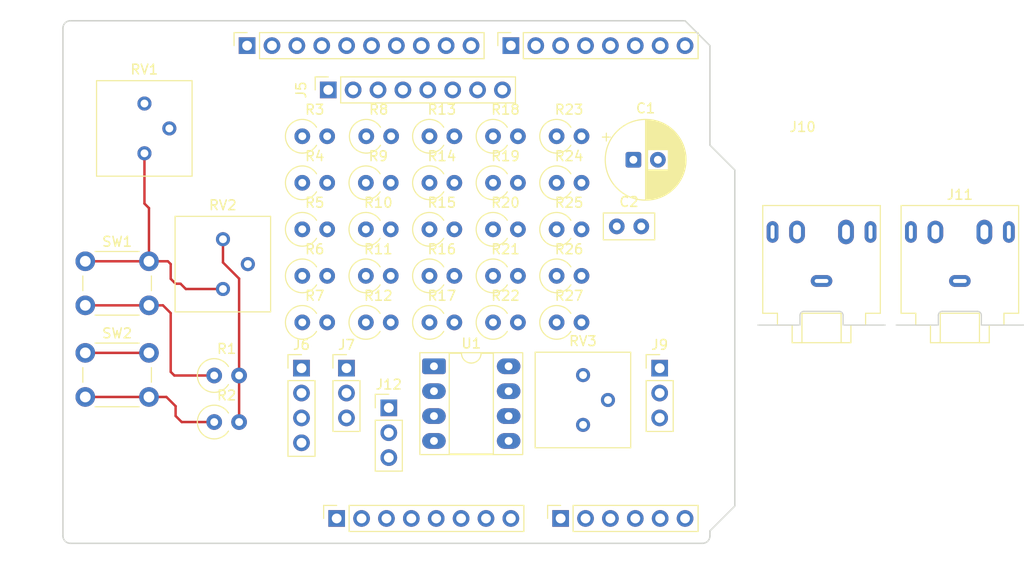
<source format=kicad_pcb>
(kicad_pcb (version 20241229) (generator "pcbnew") (generator_version "9.0")
  (title_block (date "mar. 31 mars 2015"))
  (layers (0 "F.Cu" signal) (2 "B.Cu" signal) (13 "F.Paste" user) (15 "B.Paste" user) (5 "F.SilkS" user "F.Silkscreen") (7 "B.SilkS" user "B.Silkscreen") (1 "F.Mask" user) (3 "B.Mask" user) (25 "Edge.Cuts" user))
  (net 0 "")
  (net 1 "GND")
  (net 3 "+5V")
  (net 4 "/IOREF")
  (net 5 "/A0")
  (net 6 "/A1")
  (net 7 "/SDA{slash}A4")
  (net 8 "/SCL{slash}A5")
  (net 9 "/AREF")
  (net 10 "/TX{slash}1")
  (net 11 "/RX{slash}0")
  (net 12 "+3V3")
  (net 13 "VCC")
  (net 14 "/~{RESET}")
  (net 15 "/SCL")
  (net 16 "/SDA")
  (net 21 "/BT1")
  (net 22 "/BT2")
  (net 23 "Net-(C2-Pad2)")
  (net 24 "Net-(U1A--)")
  (net 25 "/D7")
  (net 26 "/D8")
  (net 27 "/D9")
  (net 28 "/D6")
  (net 29 "/D4")
  (net 30 "/D5")
  (net 31 "/IN_RIGHT")
  (net 32 "/IN_LEFT")
  (net 33 "/D3")
  (net 34 "/D2")
  (net 35 "/D0")
  (net 36 "/D1")
  (net 37 "/AUDIO_OUT")
  (net 38 "Net-(J9-Pin_3)")
  (net 39 "Net-(J9-Pin_2)")
  (net 40 "Net-(R3-Pad2)")
  (net 41 "Net-(R5-Pad1)")
  (net 42 "Net-(R7-Pad1)")
  (net 43 "Net-(R10-Pad1)")
  (net 44 "Net-(R11-Pad1)")
  (net 45 "Net-(R13-Pad1)")
  (net 46 "Net-(R15-Pad1)")
  (net 47 "Net-(R17-Pad1)")
  (net 48 "Net-(R19-Pad1)")
  (net 49 "Net-(R21-Pad1)")
  (net 50 "Net-(R25-Pad2)")
  (net 51 "Net-(R26-Pad1)")
  (net 52 "Net-(U1B--)")
  (footprint "Connector_PinSocket_2.54mm:PinSocket_1x08_P2.54mm_Vertical" (layer "F.Cu") (at 127.94 97.46 90)
    (property "Reference" "J1" (hide yes))
    (property "Value" "Power")
    (pad "1" thru_hole rect (at 0 0 90) (size 1.7 1.7) (drill 1) (layers "*.Cu" "*.Mask"))
    (pad "2" thru_hole oval (at 0 2.54 90) (size 1.7 1.7) (drill 1) (layers "*.Cu" "*.Mask") (net 4 "/IOREF"))
    (pad "3" thru_hole oval (at 0 5.08 90) (size 1.7 1.7) (drill 1) (layers "*.Cu" "*.Mask") (net 14 "/~{RESET}"))
    (pad "4" thru_hole oval (at 0 7.62 90) (size 1.7 1.7) (drill 1) (layers "*.Cu" "*.Mask") (net 12 "+3V3"))
    (pad "5" thru_hole oval (at 0 10.16 90) (size 1.7 1.7) (drill 1) (layers "*.Cu" "*.Mask") (net 3 "+5V"))
    (pad "6" thru_hole oval (at 0 12.7 90) (size 1.7 1.7) (drill 1) (layers "*.Cu" "*.Mask") (net 1 "GND"))
    (pad "7" thru_hole oval (at 0 15.24 90) (size 1.7 1.7) (drill 1) (layers "*.Cu" "*.Mask") (net 1 "GND"))
    (pad "8" thru_hole oval (at 0 17.78 90) (size 1.7 1.7) (drill 1) (layers "*.Cu" "*.Mask") (net 13 "VCC"))
  )
  (footprint "Connector_PinSocket_2.54mm:PinSocket_1x06_P2.54mm_Vertical" (layer "F.Cu") (at 150.8 97.46 90)
    (property "Reference" "J3" (hide yes))
    (property "Value" "Analog")
    (pad "1" thru_hole rect (at 0 0 90) (size 1.7 1.7) (drill 1) (layers "*.Cu" "*.Mask") (net 5 "/A0"))
    (pad "2" thru_hole oval (at 0 2.54 90) (size 1.7 1.7) (drill 1) (layers "*.Cu" "*.Mask") (net 6 "/A1"))
    (pad "3" thru_hole oval (at 0 5.08 90) (size 1.7 1.7) (drill 1) (layers "*.Cu" "*.Mask") (net 31 "/IN_RIGHT"))
    (pad "4" thru_hole oval (at 0 7.62 90) (size 1.7 1.7) (drill 1) (layers "*.Cu" "*.Mask") (net 32 "/IN_LEFT"))
    (pad "5" thru_hole oval (at 0 10.16 90) (size 1.7 1.7) (drill 1) (layers "*.Cu" "*.Mask") (net 7 "/SDA{slash}A4"))
    (pad "6" thru_hole oval (at 0 12.7 90) (size 1.7 1.7) (drill 1) (layers "*.Cu" "*.Mask") (net 8 "/SCL{slash}A5"))
  )
  (footprint "Connector_PinSocket_2.54mm:PinSocket_1x10_P2.54mm_Vertical" (layer "F.Cu") (at 118.796 49.2 90)
    (property "Reference" "J2" (hide yes))
    (property "Value" "Digital/PWM")
    (pad "1" thru_hole rect (at 0 0 90) (size 1.7 1.7) (drill 1) (layers "*.Cu" "*.Mask") (net 15 "/SCL"))
    (pad "2" thru_hole oval (at 0 2.54 90) (size 1.7 1.7) (drill 1) (layers "*.Cu" "*.Mask") (net 16 "/SDA"))
    (pad "3" thru_hole oval (at 0 5.08 90) (size 1.7 1.7) (drill 1) (layers "*.Cu" "*.Mask") (net 9 "/AREF"))
    (pad "4" thru_hole oval (at 0 7.62 90) (size 1.7 1.7) (drill 1) (layers "*.Cu" "*.Mask") (net 1 "GND"))
    (pad "5" thru_hole oval (at 0 10.16 90) (size 1.7 1.7) (drill 1) (layers "*.Cu" "*.Mask") (net 27 "/D9"))
    (pad "6" thru_hole oval (at 0 12.7 90) (size 1.7 1.7) (drill 1) (layers "*.Cu" "*.Mask") (net 26 "/D8"))
    (pad "7" thru_hole oval (at 0 15.24 90) (size 1.7 1.7) (drill 1) (layers "*.Cu" "*.Mask") (net 25 "/D7"))
    (pad "8" thru_hole oval (at 0 17.78 90) (size 1.7 1.7) (drill 1) (layers "*.Cu" "*.Mask") (net 28 "/D6"))
    (pad "9" thru_hole oval (at 0 20.32 90) (size 1.7 1.7) (drill 1) (layers "*.Cu" "*.Mask") (net 30 "/D5"))
    (pad "10" thru_hole oval (at 0 22.86 90) (size 1.7 1.7) (drill 1) (layers "*.Cu" "*.Mask") (net 29 "/D4"))
  )
  (footprint "Connector_PinSocket_2.54mm:PinSocket_1x08_P2.54mm_Vertical" (layer "F.Cu") (at 145.72 49.2 90)
    (property "Reference" "J4" (hide yes))
    (property "Value" "Digital/PWM")
    (pad "1" thru_hole rect (at 0 0 90) (size 1.7 1.7) (drill 1) (layers "*.Cu" "*.Mask") (net 33 "/D3"))
    (pad "2" thru_hole oval (at 0 2.54 90) (size 1.7 1.7) (drill 1) (layers "*.Cu" "*.Mask") (net 34 "/D2"))
    (pad "3" thru_hole oval (at 0 5.08 90) (size 1.7 1.7) (drill 1) (layers "*.Cu" "*.Mask") (net 36 "/D1"))
    (pad "4" thru_hole oval (at 0 7.62 90) (size 1.7 1.7) (drill 1) (layers "*.Cu" "*.Mask") (net 35 "/D0"))
    (pad "5" thru_hole oval (at 0 10.16 90) (size 1.7 1.7) (drill 1) (layers "*.Cu" "*.Mask") (net 22 "/BT2"))
    (pad "6" thru_hole oval (at 0 12.7 90) (size 1.7 1.7) (drill 1) (layers "*.Cu" "*.Mask") (net 21 "/BT1"))
    (pad "7" thru_hole oval (at 0 15.24 90) (size 1.7 1.7) (drill 1) (layers "*.Cu" "*.Mask") (net 10 "/TX{slash}1"))
    (pad "8" thru_hole oval (at 0 17.78 90) (size 1.7 1.7) (drill 1) (layers "*.Cu" "*.Mask") (net 11 "/RX{slash}0"))
  )
  (footprint "Resistor_THT:R_Axial_DIN0309_L9.0mm_D3.2mm_P2.54mm_Vertical" (layer "F.Cu") (at 130.92 63.2)
    (property "Reference" "R9" (at 1.27 -2.72 0) (layer "F.SilkS"))
    (property "Value" "10k")
    (pad "1" thru_hole circle (at 0 0) (size 1.6 1.6) (drill 0.8) (layers "*.Cu" "*.Mask") (net 43 "Net-(R10-Pad1)"))
    (pad "2" thru_hole circle (at 2.54 0) (size 1.6 1.6) (drill 0.8) (layers "*.Cu" "*.Mask") (net 42 "Net-(R7-Pad1)"))
  )
  (footprint "Resistor_THT:R_Axial_DIN0309_L9.0mm_D3.2mm_P2.54mm_Vertical" (layer "F.Cu") (at 137.41 58.45)
    (property "Reference" "R13" (at 1.27 -2.72 0) (layer "F.SilkS"))
    (property "Value" "10k")
    (pad "1" thru_hole circle (at 0 0) (size 1.6 1.6) (drill 0.8) (layers "*.Cu" "*.Mask") (net 45 "Net-(R13-Pad1)"))
    (pad "2" thru_hole circle (at 2.54 0) (size 1.6 1.6) (drill 0.8) (layers "*.Cu" "*.Mask") (net 44 "Net-(R11-Pad1)"))
  )
  (footprint "Resistor_THT:R_Axial_DIN0309_L9.0mm_D3.2mm_P2.54mm_Vertical" (layer "F.Cu") (at 137.41 63.2)
    (property "Reference" "R14" (at 1.27 -2.72 0) (layer "F.SilkS"))
    (property "Value" "20k")
    (pad "1" thru_hole circle (at 0 0) (size 1.6 1.6) (drill 0.8) (layers "*.Cu" "*.Mask") (net 45 "Net-(R13-Pad1)"))
    (pad "2" thru_hole circle (at 2.54 0) (size 1.6 1.6) (drill 0.8) (layers "*.Cu" "*.Mask") (net 30 "/D5"))
  )
  (footprint "Resistor_THT:R_Axial_DIN0309_L9.0mm_D3.2mm_P2.54mm_Vertical" (layer "F.Cu") (at 143.9 58.45)
    (property "Reference" "R18" (at 1.27 -2.72 0) (layer "F.SilkS"))
    (property "Value" "20k")
    (pad "1" thru_hole circle (at 0 0) (size 1.6 1.6) (drill 0.8) (layers "*.Cu" "*.Mask") (net 47 "Net-(R17-Pad1)"))
    (pad "2" thru_hole circle (at 2.54 0) (size 1.6 1.6) (drill 0.8) (layers "*.Cu" "*.Mask") (net 25 "/D7"))
  )
  (footprint "Resistor_THT:R_Axial_DIN0309_L9.0mm_D3.2mm_P2.54mm_Vertical" (layer "F.Cu") (at 124.43 63.2)
    (property "Reference" "R4" (at 1.27 -2.72 0) (layer "F.SilkS"))
    (property "Value" "20k")
    (pad "1" thru_hole circle (at 0 0) (size 1.6 1.6) (drill 0.8) (layers "*.Cu" "*.Mask") (net 40 "Net-(R3-Pad2)"))
    (pad "2" thru_hole circle (at 2.54 0) (size 1.6 1.6) (drill 0.8) (layers "*.Cu" "*.Mask") (net 35 "/D0"))
  )
  (footprint "Resistor_THT:R_Axial_DIN0309_L9.0mm_D3.2mm_P2.54mm_Vertical" (layer "F.Cu") (at 137.41 67.95)
    (property "Reference" "R15" (at 1.27 -2.72 0) (layer "F.SilkS"))
    (property "Value" "10k")
    (pad "1" thru_hole circle (at 0 0) (size 1.6 1.6) (drill 0.8) (layers "*.Cu" "*.Mask") (net 46 "Net-(R15-Pad1)"))
    (pad "2" thru_hole circle (at 2.54 0) (size 1.6 1.6) (drill 0.8) (layers "*.Cu" "*.Mask") (net 45 "Net-(R13-Pad1)"))
  )
  (footprint "Resistor_THT:R_Axial_DIN0309_L9.0mm_D3.2mm_P2.54mm_Vertical" (layer "F.Cu") (at 143.9 63.2)
    (property "Reference" "R19" (at 1.27 -2.72 0) (layer "F.SilkS"))
    (property "Value" "10k")
    (pad "1" thru_hole circle (at 0 0) (size 1.6 1.6) (drill 0.8) (layers "*.Cu" "*.Mask") (net 48 "Net-(R19-Pad1)"))
    (pad "2" thru_hole circle (at 2.54 0) (size 1.6 1.6) (drill 0.8) (layers "*.Cu" "*.Mask") (net 47 "Net-(R17-Pad1)"))
  )
  (footprint "Capacitor_THT:C_Disc_D5.0mm_W2.5mm_P2.50mm" (layer "F.Cu") (at 156.53 67.65)
    (property "Reference" "C2" (at 1.25 -2.5 0) (layer "F.SilkS"))
    (property "Value" "100pF")
    (pad "1" thru_hole circle (at 0 0) (size 1.6 1.6) (drill 0.8) (layers "*.Cu" "*.Mask") (net 24 "Net-(U1A--)"))
    (pad "2" thru_hole circle (at 2.5 0) (size 1.6 1.6) (drill 0.8) (layers "*.Cu" "*.Mask") (net 23 "Net-(C2-Pad2)"))
  )
  (footprint "Resistor_THT:R_Axial_DIN0309_L9.0mm_D3.2mm_P2.54mm_Vertical" (layer "F.Cu") (at 124.43 77.45)
    (property "Reference" "R7" (at 1.27 -2.72 0) (layer "F.SilkS"))
    (property "Value" "10k")
    (pad "1" thru_hole circle (at 0 0) (size 1.6 1.6) (drill 0.8) (layers "*.Cu" "*.Mask") (net 42 "Net-(R7-Pad1)"))
    (pad "2" thru_hole circle (at 2.54 0) (size 1.6 1.6) (drill 0.8) (layers "*.Cu" "*.Mask") (net 41 "Net-(R5-Pad1)"))
  )
  (footprint "Resistor_THT:R_Axial_DIN0309_L9.0mm_D3.2mm_P2.54mm_Vertical" (layer "F.Cu") (at 143.9 72.7)
    (property "Reference" "R21" (at 1.27 -2.72 0) (layer "F.SilkS"))
    (property "Value" "10k")
    (pad "1" thru_hole circle (at 0 0) (size 1.6 1.6) (drill 0.8) (layers "*.Cu" "*.Mask") (net 49 "Net-(R21-Pad1)"))
    (pad "2" thru_hole circle (at 2.54 0) (size 1.6 1.6) (drill 0.8) (layers "*.Cu" "*.Mask") (net 48 "Net-(R19-Pad1)"))
  )
  (footprint "Button_Switch_THT:SW_PUSH_6mm" (layer "F.Cu") (at 102.28 80.56)
    (property "Reference" "SW2" (at 3.25 -2 0) (layer "F.SilkS"))
    (property "Value" "BT_2")
    (pad "1" thru_hole circle (at 0 0 90) (size 2 2) (drill 1.1) (layers "*.Cu" "*.Mask") (net 3 "+5V"))
    (pad "1" thru_hole circle (at 6.5 0 90) (size 2 2) (drill 1.1) (layers "*.Cu" "*.Mask") (net 3 "+5V"))
    (pad "2" thru_hole circle (at 0 4.5 90) (size 2 2) (drill 1.1) (layers "*.Cu" "*.Mask") (net 22 "/BT2"))
    (pad "2" thru_hole circle (at 6.5 4.5 90) (size 2 2) (drill 1.1) (layers "*.Cu" "*.Mask") (net 22 "/BT2"))
  )
  (footprint "Resistor_THT:R_Axial_DIN0309_L9.0mm_D3.2mm_P2.54mm_Vertical" (layer "F.Cu") (at 143.9 67.95)
    (property "Reference" "R20" (at 1.27 -2.72 0) (layer "F.SilkS"))
    (property "Value" "20k")
    (pad "1" thru_hole circle (at 0 0) (size 1.6 1.6) (drill 0.8) (layers "*.Cu" "*.Mask") (net 48 "Net-(R19-Pad1)"))
    (pad "2" thru_hole circle (at 2.54 0) (size 1.6 1.6) (drill 0.8) (layers "*.Cu" "*.Mask") (net 26 "/D8"))
  )
  (footprint "Resistor_THT:R_Axial_DIN0309_L9.0mm_D3.2mm_P2.54mm_Vertical" (layer "F.Cu") (at 124.43 72.7)
    (property "Reference" "R6" (at 1.27 -2.72 0) (layer "F.SilkS"))
    (property "Value" "20k")
    (pad "1" thru_hole circle (at 0 0) (size 1.6 1.6) (drill 0.8) (layers "*.Cu" "*.Mask") (net 41 "Net-(R5-Pad1)"))
    (pad "2" thru_hole circle (at 2.54 0) (size 1.6 1.6) (drill 0.8) (layers "*.Cu" "*.Mask") (net 36 "/D1"))
  )
  (footprint "Connector_PinHeader_2.54mm:PinHeader_1x03_P2.54mm_Vertical" (layer "F.Cu") (at 128.94 82.12)
    (property "Reference" "J7" (at 0 -2.38 0) (layer "F.SilkS"))
    (property "Value" "AUDIO_OUT")
    (pad "1" thru_hole rect (at 0 0) (size 1.7 1.7) (drill 1) (layers "*.Cu" "*.Mask") (net 37 "/AUDIO_OUT"))
    (pad "2" thru_hole circle (at 0 2.54) (size 1.7 1.7) (drill 1) (layers "*.Cu" "*.Mask") (net 37 "/AUDIO_OUT"))
    (pad "3" thru_hole circle (at 0 5.08) (size 1.7 1.7) (drill 1) (layers "*.Cu" "*.Mask") (net 1 "GND"))
  )
  (footprint "Resistor_THT:R_Axial_DIN0309_L9.0mm_D3.2mm_P2.54mm_Vertical" (layer "F.Cu") (at 130.92 67.95)
    (property "Reference" "R10" (at 1.27 -2.72 0) (layer "F.SilkS"))
    (property "Value" "20k")
    (pad "1" thru_hole circle (at 0 0) (size 1.6 1.6) (drill 0.8) (layers "*.Cu" "*.Mask") (net 43 "Net-(R10-Pad1)"))
    (pad "2" thru_hole circle (at 2.54 0) (size 1.6 1.6) (drill 0.8) (layers "*.Cu" "*.Mask") (net 33 "/D3"))
  )
  (footprint "Connector_PinSocket_2.54mm:PinSocket_1x08_P2.54mm_Vertical" (layer "F.Cu") (at 127.08 53.72 90)
    (property "Reference" "J5" (at 0 -2.77 90) (layer "F.SilkS"))
    (property "Value" "IMU_CONN")
    (pad "1" thru_hole rect (at 0 0 90) (size 1.7 1.7) (drill 1) (layers "*.Cu" "*.Mask"))
    (pad "2" thru_hole circle (at 0 2.54 90) (size 1.7 1.7) (drill 1) (layers "*.Cu" "*.Mask"))
    (pad "3" thru_hole circle (at 0 5.08 90) (size 1.7 1.7) (drill 1) (layers "*.Cu" "*.Mask"))
    (pad "4" thru_hole circle (at 0 7.62 90) (size 1.7 1.7) (drill 1) (layers "*.Cu" "*.Mask"))
    (pad "5" thru_hole circle (at 0 10.16 90) (size 1.7 1.7) (drill 1) (layers "*.Cu" "*.Mask") (net 16 "/SDA"))
    (pad "6" thru_hole circle (at 0 12.7 90) (size 1.7 1.7) (drill 1) (layers "*.Cu" "*.Mask") (net 15 "/SCL"))
    (pad "7" thru_hole circle (at 0 15.24 90) (size 1.7 1.7) (drill 1) (layers "*.Cu" "*.Mask") (net 1 "GND"))
    (pad "8" thru_hole circle (at 0 17.78 90) (size 1.7 1.7) (drill 1) (layers "*.Cu" "*.Mask") (net 3 "+5V"))
  )
  (footprint "Resistor_THT:R_Axial_DIN0309_L9.0mm_D3.2mm_P2.54mm_Vertical" (layer "F.Cu") (at 150.39 72.7)
    (property "Reference" "R26" (at 1.27 -2.72 0) (layer "F.SilkS"))
    (property "Value" "20k")
    (pad "1" thru_hole circle (at 0 0) (size 1.6 1.6) (drill 0.8) (layers "*.Cu" "*.Mask") (net 51 "Net-(R26-Pad1)"))
    (pad "2" thru_hole circle (at 2.54 0) (size 1.6 1.6) (drill 0.8) (layers "*.Cu" "*.Mask") (net 1 "GND"))
  )
  (footprint "Connector_Audio:Jack_3.5mm_CUI_SJ1-3525N_Horizontal" (layer "F.Cu") (at 191.55 73.22)
    (property "Reference" "J11" (at 0 -8.8 0) (layer "F.SilkS"))
    (property "Value" "AudioJack5")
    (fp_line (start -2.2 3.5) (end -2.2 4.5) (stroke (width 0.12)) (layer "Edge.Cuts"))
    (fp_line (start -2.2 4.5) (end -6.5 4.5) (stroke (width 0.12)) (layer "Edge.Cuts"))
    (fp_line (start 1.8 3.1) (end -1.8 3.1) (stroke (width 0.12)) (layer "Edge.Cuts"))
    (fp_line (start 2.2 3.5) (end 2.2 4.5) (stroke (width 0.12)) (layer "Edge.Cuts"))
    (fp_line (start 2.2 4.5) (end 6.5 4.5) (stroke (width 0.12)) (layer "Edge.Cuts"))
    (fp_arc (start -2.2 3.5) (mid -2.082842 3.217158) (end -1.8 3.1) (stroke (width 0.12)) (layer "Edge.Cuts"))
    (fp_arc (start 1.8 3.1) (mid 2.082843 3.217157) (end 2.2 3.5) (stroke (width 0.12)) (layer "Edge.Cuts"))
    (pad "" np_thru_hole circle (at -5 0) (size 1.2 1.2) (drill 1.2) (layers "*.Cu" "*.Mask"))
    (pad "" np_thru_hole circle (at -5 2.5) (size 1.2 1.2) (drill 1.2) (layers "*.Cu" "*.Mask"))
    (pad "" np_thru_hole circle (at 0 -5) (size 1.2 1.2) (drill 1.2) (layers "*.Cu" "*.Mask"))
    (pad "" np_thru_hole circle (at 5 0) (size 1.2 1.2) (drill 1.2) (layers "*.Cu" "*.Mask"))
    (pad "" np_thru_hole circle (at 5 2.5) (size 1.2 1.2) (drill 1.2) (layers "*.Cu" "*.Mask"))
    (pad "R" thru_hole oval (at -5 -5) (size 1.2 2.2) (drill oval 0.4 1.4) (layers "*.Cu" "*.Mask") (net 37 "/AUDIO_OUT"))
    (pad "RN" thru_hole oval (at -2.5 -5) (size 1.6 2.3) (drill oval 0.8 1.5) (layers "*.Cu" "*.Mask") (net 37 "/AUDIO_OUT"))
    (pad "S" thru_hole oval (at 0 0) (size 2.2 1.2) (drill oval 1.4 0.4) (layers "*.Cu" "*.Mask") (net 1 "GND"))
    (pad "T" thru_hole oval (at 5 -5 180) (size 1.2 2.2) (drill oval 0.4 1.4) (layers "*.Cu" "*.Mask") (net 37 "/AUDIO_OUT"))
    (pad "TN" thru_hole oval (at 2.5 -5 180) (size 1.6 2.5) (drill oval 0.8 1.5) (layers "*.Cu" "*.Mask") (net 37 "/AUDIO_OUT"))
  )
  (footprint "Resistor_THT:R_Axial_DIN0309_L9.0mm_D3.2mm_P2.54mm_Vertical" (layer "F.Cu") (at 124.43 67.95)
    (property "Reference" "R5" (at 1.27 -2.72 0) (layer "F.SilkS"))
    (property "Value" "10k")
    (pad "1" thru_hole circle (at 0 0) (size 1.6 1.6) (drill 0.8) (layers "*.Cu" "*.Mask") (net 41 "Net-(R5-Pad1)"))
    (pad "2" thru_hole circle (at 2.54 0) (size 1.6 1.6) (drill 0.8) (layers "*.Cu" "*.Mask") (net 40 "Net-(R3-Pad2)"))
  )
  (footprint "Capacitor_THT:CP_Radial_D8.0mm_P2.50mm" (layer "F.Cu") (at 158.224698 60.85)
    (property "Reference" "C1" (at 1.25 -5.25 0) (layer "F.SilkS"))
    (property "Value" "47uF")
    (pad "1" thru_hole roundrect (at 0 0) (size 1.6 1.6) (drill 0.8) (layers "*.Cu" "*.Mask") (roundrect_rratio 0.15625) (net 3 "+5V"))
    (pad "2" thru_hole circle (at 2.5 0) (size 1.6 1.6) (drill 0.8) (layers "*.Cu" "*.Mask") (net 1 "GND"))
  )
  (footprint "Arduino_MountingHole:MountingHole_3.2mm" (layer "F.Cu") (at 115.24 49.2)
    (property "Reference" "MH1" (hide yes))
    (property "Value" "MountingHole_3.2mm" (hide yes))
    (pad "" np_thru_hole circle (at 0 0) (size 3.2 3.2) (drill 3.2) (layers "*.Cu" "*.Mask"))
  )
  (footprint "Resistor_THT:R_Axial_DIN0309_L9.0mm_D3.2mm_P2.54mm_Vertical" (layer "F.Cu") (at 150.39 63.2)
    (property "Reference" "R24" (at 1.27 -2.72 0) (layer "F.SilkS"))
    (property "Value" "20k")
    (pad "1" thru_hole circle (at 0 0) (size 1.6 1.6) (drill 0.8) (layers "*.Cu" "*.Mask") (net 23 "Net-(C2-Pad2)"))
    (pad "2" thru_hole circle (at 2.54 0) (size 1.6 1.6) (drill 0.8) (layers "*.Cu" "*.Mask") (net 24 "Net-(U1A--)"))
  )
  (footprint "Resistor_THT:R_Axial_DIN0309_L9.0mm_D3.2mm_P2.54mm_Vertical" (layer "F.Cu") (at 130.92 77.45)
    (property "Reference" "R12" (at 1.27 -2.72 0) (layer "F.SilkS"))
    (property "Value" "20k")
    (pad "1" thru_hole circle (at 0 0) (size 1.6 1.6) (drill 0.8) (layers "*.Cu" "*.Mask") (net 44 "Net-(R11-Pad1)"))
    (pad "2" thru_hole circle (at 2.54 0) (size 1.6 1.6) (drill 0.8) (layers "*.Cu" "*.Mask") (net 29 "/D4"))
  )
  (footprint "Button_Switch_THT:SW_PUSH_6mm" (layer "F.Cu") (at 102.28 71.21)
    (property "Reference" "SW1" (at 3.25 -2 0) (layer "F.SilkS"))
    (property "Value" "BT_1")
    (pad "1" thru_hole circle (at 0 0 90) (size 2 2) (drill 1.1) (layers "*.Cu" "*.Mask") (net 3 "+5V"))
    (pad "1" thru_hole circle (at 6.5 0 90) (size 2 2) (drill 1.1) (layers "*.Cu" "*.Mask") (net 3 "+5V"))
    (pad "2" thru_hole circle (at 0 4.5 90) (size 2 2) (drill 1.1) (layers "*.Cu" "*.Mask") (net 21 "/BT1"))
    (pad "2" thru_hole circle (at 6.5 4.5 90) (size 2 2) (drill 1.1) (layers "*.Cu" "*.Mask") (net 21 "/BT1"))
  )
  (footprint "Resistor_THT:R_Axial_DIN0309_L9.0mm_D3.2mm_P2.54mm_Vertical" (layer "F.Cu") (at 130.92 72.7)
    (property "Reference" "R11" (at 1.27 -2.72 0) (layer "F.SilkS"))
    (property "Value" "10k")
    (pad "1" thru_hole circle (at 0 0) (size 1.6 1.6) (drill 0.8) (layers "*.Cu" "*.Mask") (net 44 "Net-(R11-Pad1)"))
    (pad "2" thru_hole circle (at 2.54 0) (size 1.6 1.6) (drill 0.8) (layers "*.Cu" "*.Mask") (net 43 "Net-(R10-Pad1)"))
  )
  (footprint "Resistor_THT:R_Axial_DIN0309_L9.0mm_D3.2mm_P2.54mm_Vertical" (layer "F.Cu") (at 143.9 77.45)
    (property "Reference" "R22" (at 1.27 -2.72 0) (layer "F.SilkS"))
    (property "Value" "20k")
    (pad "1" thru_hole circle (at 0 0) (size 1.6 1.6) (drill 0.8) (layers "*.Cu" "*.Mask") (net 49 "Net-(R21-Pad1)"))
    (pad "2" thru_hole circle (at 2.54 0) (size 1.6 1.6) (drill 0.8) (layers "*.Cu" "*.Mask") (net 27 "/D9"))
  )
  (footprint "Connector_PinHeader_2.54mm:PinHeader_1x03_P2.54mm_Vertical" (layer "F.Cu") (at 133.26 86.17)
    (property "Reference" "J12" (at 0 -2.38 0) (layer "F.SilkS"))
    (property "Value" "AUDIO_IN")
    (pad "1" thru_hole rect (at 0 0) (size 1.7 1.7) (drill 1) (layers "*.Cu" "*.Mask") (net 1 "GND"))
    (pad "2" thru_hole circle (at 0 2.54) (size 1.7 1.7) (drill 1) (layers "*.Cu" "*.Mask") (net 31 "/IN_RIGHT"))
    (pad "3" thru_hole circle (at 0 5.08) (size 1.7 1.7) (drill 1) (layers "*.Cu" "*.Mask") (net 32 "/IN_LEFT"))
  )
  (footprint "Resistor_THT:R_Axial_DIN0309_L9.0mm_D3.2mm_P2.54mm_Vertical" (layer "F.Cu") (at 115.44 82.87)
    (property "Reference" "R1" (at 1.27 -2.72 0) (layer "F.SilkS"))
    (property "Value" "100k")
    (pad "1" thru_hole circle (at 0 0) (size 1.6 1.6) (drill 0.8) (layers "*.Cu" "*.Mask") (net 21 "/BT1"))
    (pad "2" thru_hole circle (at 2.54 0) (size 1.6 1.6) (drill 0.8) (layers "*.Cu" "*.Mask") (net 1 "GND"))
  )
  (footprint "Resistor_THT:R_Axial_DIN0309_L9.0mm_D3.2mm_P2.54mm_Vertical" (layer "F.Cu") (at 150.39 77.45)
    (property "Reference" "R27" (at 1.27 -2.72 0) (layer "F.SilkS"))
    (property "Value" "1k")
    (pad "1" thru_hole circle (at 0 0) (size 1.6 1.6) (drill 0.8) (layers "*.Cu" "*.Mask") (net 37 "/AUDIO_OUT"))
    (pad "2" thru_hole circle (at 2.54 0) (size 1.6 1.6) (drill 0.8) (layers "*.Cu" "*.Mask") (net 23 "Net-(C2-Pad2)"))
  )
  (footprint "Resistor_THT:R_Axial_DIN0309_L9.0mm_D3.2mm_P2.54mm_Vertical" (layer "F.Cu") (at 137.41 77.45)
    (property "Reference" "R17" (at 1.27 -2.72 0) (layer "F.SilkS"))
    (property "Value" "10k")
    (pad "1" thru_hole circle (at 0 0) (size 1.6 1.6) (drill 0.8) (layers "*.Cu" "*.Mask") (net 47 "Net-(R17-Pad1)"))
    (pad "2" thru_hole circle (at 2.54 0) (size 1.6 1.6) (drill 0.8) (layers "*.Cu" "*.Mask") (net 46 "Net-(R15-Pad1)"))
  )
  (footprint "Resistor_THT:R_Axial_DIN0309_L9.0mm_D3.2mm_P2.54mm_Vertical" (layer "F.Cu") (at 150.39 67.95)
    (property "Reference" "R25" (at 1.27 -2.72 0) (layer "F.SilkS"))
    (property "Value" "20k")
    (pad "1" thru_hole circle (at 0 0) (size 1.6 1.6) (drill 0.8) (layers "*.Cu" "*.Mask") (net 3 "+5V"))
    (pad "2" thru_hole circle (at 2.54 0) (size 1.6 1.6) (drill 0.8) (layers "*.Cu" "*.Mask") (net 50 "Net-(R25-Pad2)"))
  )
  (footprint "Resistor_THT:R_Axial_DIN0309_L9.0mm_D3.2mm_P2.54mm_Vertical" (layer "F.Cu") (at 137.41 72.7)
    (property "Reference" "R16" (at 1.27 -2.72 0) (layer "F.SilkS"))
    (property "Value" "20k")
    (pad "1" thru_hole circle (at 0 0) (size 1.6 1.6) (drill 0.8) (layers "*.Cu" "*.Mask") (net 46 "Net-(R15-Pad1)"))
    (pad "2" thru_hole circle (at 2.54 0) (size 1.6 1.6) (drill 0.8) (layers "*.Cu" "*.Mask") (net 28 "/D6"))
  )
  (footprint "Potentiometer_THT:Potentiometer_Bourns_3386P_Vertical" (layer "F.Cu") (at 108.32 60.19)
    (property "Reference" "RV1" (at -0.015 -8.555 0) (layer "F.SilkS"))
    (property "Value" "100k")
    (pad "1" thru_hole circle (at 0 0) (size 1.44 1.44) (drill 0.8) (layers "*.Cu" "*.Mask") (net 3 "+5V"))
    (pad "2" thru_hole circle (at 2.54 -2.54) (size 1.44 1.44) (drill 0.8) (layers "*.Cu" "*.Mask") (net 5 "/A0"))
    (pad "3" thru_hole circle (at 0 -5.08) (size 1.44 1.44) (drill 0.8) (layers "*.Cu" "*.Mask") (net 1 "GND"))
  )
  (footprint "Resistor_THT:R_Axial_DIN0309_L9.0mm_D3.2mm_P2.54mm_Vertical" (layer "F.Cu") (at 115.44 87.62)
    (property "Reference" "R2" (at 1.27 -2.72 0) (layer "F.SilkS"))
    (property "Value" "100k")
    (pad "1" thru_hole circle (at 0 0) (size 1.6 1.6) (drill 0.8) (layers "*.Cu" "*.Mask") (net 22 "/BT2"))
    (pad "2" thru_hole circle (at 2.54 0) (size 1.6 1.6) (drill 0.8) (layers "*.Cu" "*.Mask") (net 1 "GND"))
  )
  (footprint "Package_DIP:DIP-8_W7.62mm_Socket_LongPads" (layer "F.Cu") (at 137.87 81.93)
    (property "Reference" "U1" (at 3.81 -2.33 0) (layer "F.SilkS"))
    (property "Value" "MCP6002-xP")
    (pad "1" thru_hole roundrect (at 0 0) (size 2.4 1.6) (drill 0.8) (layers "*.Cu" "*.Mask") (roundrect_rratio 0.15625) (net 23 "Net-(C2-Pad2)"))
    (pad "2" thru_hole oval (at 0 2.54) (size 2.4 1.6) (drill 0.8) (layers "*.Cu" "*.Mask") (net 24 "Net-(U1A--)"))
    (pad "3" thru_hole oval (at 0 5.08) (size 2.4 1.6) (drill 0.8) (layers "*.Cu" "*.Mask") (net 39 "Net-(J9-Pin_2)"))
    (pad "4" thru_hole oval (at 0 7.62) (size 2.4 1.6) (drill 0.8) (layers "*.Cu" "*.Mask") (net 1 "GND"))
    (pad "5" thru_hole oval (at 7.62 7.62) (size 2.4 1.6) (drill 0.8) (layers "*.Cu" "*.Mask") (net 1 "GND"))
    (pad "6" thru_hole oval (at 7.62 5.08) (size 2.4 1.6) (drill 0.8) (layers "*.Cu" "*.Mask") (net 52 "Net-(U1B--)"))
    (pad "7" thru_hole oval (at 7.62 2.54) (size 2.4 1.6) (drill 0.8) (layers "*.Cu" "*.Mask") (net 52 "Net-(U1B--)"))
    (pad "8" thru_hole oval (at 7.62 0) (size 2.4 1.6) (drill 0.8) (layers "*.Cu" "*.Mask") (net 3 "+5V"))
  )
  (footprint "Connector_PinHeader_2.54mm:PinHeader_1x03_P2.54mm_Vertical" (layer "F.Cu") (at 160.91 82.12)
    (property "Reference" "J9" (at 0 -2.38 0) (layer "F.SilkS"))
    (property "Value" "JUMPER")
    (pad "1" thru_hole rect (at 0 0) (size 1.7 1.7) (drill 1) (layers "*.Cu" "*.Mask") (net 1 "GND"))
    (pad "2" thru_hole circle (at 0 2.54) (size 1.7 1.7) (drill 1) (layers "*.Cu" "*.Mask") (net 39 "Net-(J9-Pin_2)"))
    (pad "3" thru_hole circle (at 0 5.08) (size 1.7 1.7) (drill 1) (layers "*.Cu" "*.Mask") (net 38 "Net-(J9-Pin_3)"))
  )
  (footprint "Resistor_THT:R_Axial_DIN0309_L9.0mm_D3.2mm_P2.54mm_Vertical" (layer "F.Cu") (at 124.43 58.45)
    (property "Reference" "R3" (at 1.27 -2.72 0) (layer "F.SilkS"))
    (property "Value" "20k")
    (pad "1" thru_hole circle (at 0 0) (size 1.6 1.6) (drill 0.8) (layers "*.Cu" "*.Mask") (net 1 "GND"))
    (pad "2" thru_hole circle (at 2.54 0) (size 1.6 1.6) (drill 0.8) (layers "*.Cu" "*.Mask") (net 40 "Net-(R3-Pad2)"))
  )
  (footprint "Connector_Audio:Jack_3.5mm_CUI_SJ1-3525N_Horizontal" (layer "F.Cu") (at 177.43 73.22)
    (property "Reference" "J10" (at -1.93 -15.72 0) (layer "F.SilkS"))
    (property "Value" "AudioJack5")
    (fp_line (start -2.2 3.5) (end -2.2 4.5) (stroke (width 0.12)) (layer "Edge.Cuts"))
    (fp_line (start -2.2 4.5) (end -6.5 4.5) (stroke (width 0.12)) (layer "Edge.Cuts"))
    (fp_line (start 1.8 3.1) (end -1.8 3.1) (stroke (width 0.12)) (layer "Edge.Cuts"))
    (fp_line (start 2.2 3.5) (end 2.2 4.5) (stroke (width 0.12)) (layer "Edge.Cuts"))
    (fp_line (start 2.2 4.5) (end 6.5 4.5) (stroke (width 0.12)) (layer "Edge.Cuts"))
    (fp_arc (start -2.2 3.5) (mid -2.082842 3.217158) (end -1.8 3.1) (stroke (width 0.12)) (layer "Edge.Cuts"))
    (fp_arc (start 1.8 3.1) (mid 2.082843 3.217157) (end 2.2 3.5) (stroke (width 0.12)) (layer "Edge.Cuts"))
    (pad "" np_thru_hole circle (at -5 0) (size 1.2 1.2) (drill 1.2) (layers "*.Cu" "*.Mask"))
    (pad "" np_thru_hole circle (at -5 2.5) (size 1.2 1.2) (drill 1.2) (layers "*.Cu" "*.Mask"))
    (pad "" np_thru_hole circle (at 0 -5) (size 1.2 1.2) (drill 1.2) (layers "*.Cu" "*.Mask"))
    (pad "" np_thru_hole circle (at 5 0) (size 1.2 1.2) (drill 1.2) (layers "*.Cu" "*.Mask"))
    (pad "" np_thru_hole circle (at 5 2.5) (size 1.2 1.2) (drill 1.2) (layers "*.Cu" "*.Mask"))
    (pad "R" thru_hole oval (at -5 -5) (size 1.2 2.2) (drill oval 0.4 1.4) (layers "*.Cu" "*.Mask") (net 31 "/IN_RIGHT"))
    (pad "RN" thru_hole oval (at -2.5 -5) (size 1.6 2.3) (drill oval 0.8 1.5) (layers "*.Cu" "*.Mask") (net 31 "/IN_RIGHT"))
    (pad "S" thru_hole oval (at 0 0) (size 2.2 1.2) (drill oval 1.4 0.4) (layers "*.Cu" "*.Mask") (net 1 "GND"))
    (pad "T" thru_hole oval (at 5 -5 180) (size 1.2 2.2) (drill oval 0.4 1.4) (layers "*.Cu" "*.Mask") (net 32 "/IN_LEFT"))
    (pad "TN" thru_hole oval (at 2.5 -5 180) (size 1.6 2.5) (drill oval 0.8 1.5) (layers "*.Cu" "*.Mask") (net 32 "/IN_LEFT"))
  )
  (footprint "Potentiometer_THT:Potentiometer_Bourns_3386P_Vertical" (layer "F.Cu") (at 153.09 87.91)
    (property "Reference" "RV3" (at -0.015 -8.555 0) (layer "F.SilkS"))
    (property "Value" "100k")
    (pad "1" thru_hole circle (at 0 0) (size 1.44 1.44) (drill 0.8) (layers "*.Cu" "*.Mask") (net 50 "Net-(R25-Pad2)"))
    (pad "2" thru_hole circle (at 2.54 -2.54) (size 1.44 1.44) (drill 0.8) (layers "*.Cu" "*.Mask") (net 38 "Net-(J9-Pin_3)"))
    (pad "3" thru_hole circle (at 0 -5.08) (size 1.44 1.44) (drill 0.8) (layers "*.Cu" "*.Mask") (net 51 "Net-(R26-Pad1)"))
  )
  (footprint "Potentiometer_THT:Potentiometer_Bourns_3386P_Vertical" (layer "F.Cu") (at 116.335 74.04)
    (property "Reference" "RV2" (at -0.015 -8.555 0) (layer "F.SilkS"))
    (property "Value" "100k")
    (pad "1" thru_hole circle (at 0 0) (size 1.44 1.44) (drill 0.8) (layers "*.Cu" "*.Mask") (net 3 "+5V"))
    (pad "2" thru_hole circle (at 2.54 -2.54) (size 1.44 1.44) (drill 0.8) (layers "*.Cu" "*.Mask") (net 6 "/A1"))
    (pad "3" thru_hole circle (at 0 -5.08) (size 1.44 1.44) (drill 0.8) (layers "*.Cu" "*.Mask") (net 1 "GND"))
  )
  (footprint "Arduino_MountingHole:MountingHole_3.2mm" (layer "F.Cu") (at 113.97 97.46)
    (property "Reference" "MH2" (hide yes))
    (property "Value" "MountingHole_3.2mm" (hide yes))
    (pad "" np_thru_hole circle (at 0 0) (size 3.2 3.2) (drill 3.2) (layers "*.Cu" "*.Mask"))
  )
  (footprint "Arduino_MountingHole:MountingHole_3.2mm" (layer "F.Cu") (at 166.04 64.44)
    (property "Reference" "MH3" (hide yes))
    (property "Value" "MountingHole_3.2mm" (hide yes))
    (pad "" np_thru_hole circle (at 0 0) (size 3.2 3.2) (drill 3.2) (layers "*.Cu" "*.Mask"))
  )
  (footprint "Arduino_MountingHole:MountingHole_3.2mm" (layer "F.Cu") (at 166.04 92.38)
    (property "Reference" "MH4" (hide yes))
    (property "Value" "MountingHole_3.2mm" (hide yes))
    (pad "" np_thru_hole circle (at 0 0) (size 3.2 3.2) (drill 3.2) (layers "*.Cu" "*.Mask"))
  )
  (footprint "Resistor_THT:R_Axial_DIN0309_L9.0mm_D3.2mm_P2.54mm_Vertical" (layer "F.Cu") (at 130.96 58.45)
    (property "Reference" "R8" (at 1.27 -2.72 0) (layer "F.SilkS"))
    (property "Value" "20k")
    (pad "1" thru_hole circle (at 0 0) (size 1.6 1.6) (drill 0.8) (layers "*.Cu" "*.Mask") (net 42 "Net-(R7-Pad1)"))
    (pad "2" thru_hole circle (at 2.54 0) (size 1.6 1.6) (drill 0.8) (layers "*.Cu" "*.Mask") (net 34 "/D2"))
  )
  (footprint "Connector_PinHeader_2.54mm:PinHeader_1x04_P2.54mm_Vertical" (layer "F.Cu") (at 124.35 82.12)
    (property "Reference" "J6" (at 0 -2.38 0) (layer "F.SilkS"))
    (property "Value" "SCREEN_CONN")
    (pad "1" thru_hole rect (at 0 0) (size 1.7 1.7) (drill 1) (layers "*.Cu" "*.Mask") (net 1 "GND"))
    (pad "2" thru_hole circle (at 0 2.54) (size 1.7 1.7) (drill 1) (layers "*.Cu" "*.Mask") (net 3 "+5V"))
    (pad "3" thru_hole circle (at 0 5.08) (size 1.7 1.7) (drill 1) (layers "*.Cu" "*.Mask") (net 15 "/SCL"))
    (pad "4" thru_hole circle (at 0 7.62) (size 1.7 1.7) (drill 1) (layers "*.Cu" "*.Mask") (net 16 "/SDA"))
  )
  (footprint "Resistor_THT:R_Axial_DIN0309_L9.0mm_D3.2mm_P2.54mm_Vertical" (layer "F.Cu") (at 150.39 58.45)
    (property "Reference" "R23" (at 1.27 -2.72 0) (layer "F.SilkS"))
    (property "Value" "20k")
    (pad "1" thru_hole circle (at 0 0) (size 1.6 1.6) (drill 0.8) (layers "*.Cu" "*.Mask") (net 24 "Net-(U1A--)"))
    (pad "2" thru_hole circle (at 2.54 0) (size 1.6 1.6) (drill 0.8) (layers "*.Cu" "*.Mask") (net 49 "Net-(R21-Pad1)"))
  )
  (gr_line (start 166.04 59.36) (end 168.58 61.9) (stroke (width 0.15)) (layer "Edge.Cuts"))
  (gr_line (start 100 99.238) (end 100 47.422) (stroke (width 0.15)) (layer "Edge.Cuts"))
  (gr_line (start 168.58 61.9) (end 168.58 96.19) (stroke (width 0.15)) (layer "Edge.Cuts"))
  (gr_line (start 165.278 100) (end 100.762 100) (stroke (width 0.15)) (layer "Edge.Cuts"))
  (gr_line (start 100.762 46.66) (end 163.5 46.66) (stroke (width 0.15)) (layer "Edge.Cuts"))
  (gr_arc (start 100.762 100) (mid 100.223185 99.776815) (end 100 99.238) (stroke (width 0.15)) (layer "Edge.Cuts"))
  (gr_line (start 168.58 96.19) (end 166.04 98.73) (stroke (width 0.15)) (layer "Edge.Cuts"))
  (gr_line (start 163.5 46.66) (end 166.04 49.2) (stroke (width 0.15)) (layer "Edge.Cuts"))
  (gr_arc (start 166.04 99.238) (mid 165.816815 99.776815) (end 165.278 100) (stroke (width 0.15)) (layer "Edge.Cuts"))
  (gr_line (start 166.04 49.2) (end 166.04 59.36) (stroke (width 0.15)) (layer "Edge.Cuts"))
  (gr_line (start 166.04 98.73) (end 166.04 99.238) (stroke (width 0.15)) (layer "Edge.Cuts"))
  (gr_arc (start 100 47.422) (mid 100.223185 46.883185) (end 100.762 46.66) (stroke (width 0.15)) (layer "Edge.Cuts"))
  (segment (start 117.98 82.87) (end 117.98 72.98) (width 0.25) (layer "F.Cu") (net 1))
  (segment (start 117.98 87.62) (end 117.98 82.87) (width 0.25) (layer "F.Cu") (net 1))
  (segment (start 117.98 72.98) (end 116.335 71.335) (width 0.25) (layer "F.Cu") (net 1))
  (segment (start 116.335 71.335) (end 116.335 68.96) (width 0.25) (layer "F.Cu") (net 1))
  (segment (start 110.71 71.21) (end 111 71.5) (width 0.25) (layer "F.Cu") (net 3))
  (segment (start 108.78 71.21) (end 110.71 71.21) (width 0.25) (layer "F.Cu") (net 3))
  (segment (start 102.28 80.56) (end 108.78 80.56) (width 0.25) (layer "F.Cu") (net 3))
  (segment (start 112.54 74.04) (end 116.335 74.04) (width 0.25) (layer "F.Cu") (net 3))
  (segment (start 111 73) (end 111.5 73.5) (width 0.25) (layer "F.Cu") (net 3))
  (segment (start 108.32 65.32) (end 108.78 65.78) (width 0.25) (layer "F.Cu") (net 3))
  (segment (start 112 73.5) (end 112.54 74.04) (width 0.25) (layer "F.Cu") (net 3))
  (segment (start 102.28 71.21) (end 108.78 71.21) (width 0.25) (layer "F.Cu") (net 3))
  (segment (start 111 71.5) (end 111 73) (width 0.25) (layer "F.Cu") (net 3))
  (segment (start 108.78 65.78) (end 108.78 71.21) (width 0.25) (layer "F.Cu") (net 3))
  (segment (start 111.5 73.5) (end 112 73.5) (width 0.25) (layer "F.Cu") (net 3))
  (segment (start 108.32 60.19) (end 108.32 65.32) (width 0.25) (layer "F.Cu") (net 3))
  (segment (start 102.28 75.71) (end 108.78 75.71) (width 0.25) (layer "F.Cu") (net 21))
  (segment (start 110.21 75.71) (end 111 76.5) (width 0.25) (layer "F.Cu") (net 21))
  (segment (start 111 76.5) (end 111 82.5) (width 0.25) (layer "F.Cu") (net 21))
  (segment (start 111.37 82.87) (end 115.44 82.87) (width 0.25) (layer "F.Cu") (net 21))
  (segment (start 111 82.5) (end 111.37 82.87) (width 0.25) (layer "F.Cu") (net 21))
  (segment (start 108.78 75.71) (end 110.21 75.71) (width 0.25) (layer "F.Cu") (net 21))
  (segment (start 111.5 86) (end 111.5 87) (width 0.25) (layer "F.Cu") (net 22))
  (segment (start 102.28 85.06) (end 108.78 85.06) (width 0.25) (layer "F.Cu") (net 22))
  (segment (start 108.78 85.06) (end 110.56 85.06) (width 0.25) (layer "F.Cu") (net 22))
  (segment (start 110.56 85.06) (end 111.5 86) (width 0.25) (layer "F.Cu") (net 22))
  (segment (start 112.12 87.62) (end 115.44 87.62) (width 0.25) (layer "F.Cu") (net 22))
  (segment (start 111.5 87) (end 112.12 87.62) (width 0.25) (layer "F.Cu") (net 22))
)
</source>
